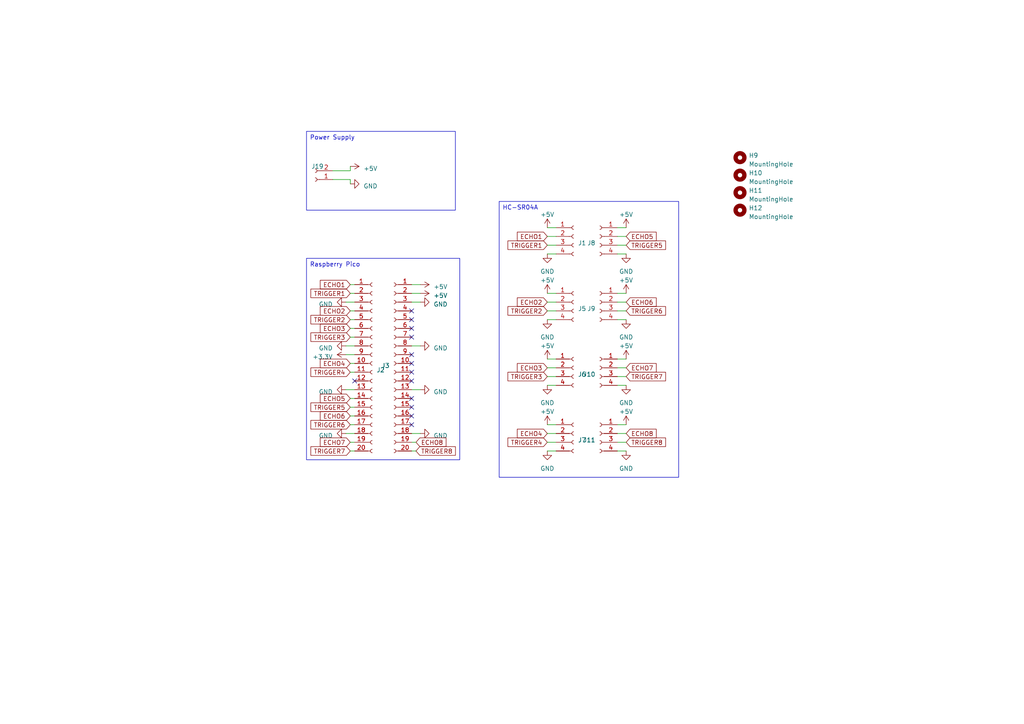
<source format=kicad_sch>
(kicad_sch (version 20230121) (generator eeschema)
  (paper "A4")
  (title_block (title "Sensors Shield") (date "2023-11-06") (rev "0") (company "elif"))
  (lib_symbols
    (symbol "Connector:Conn_01x02_Socket" (pin_names (offset 1.016) hide)
      (property "Reference" "J" (at 0 2.54 0))
      (property "Value" "Conn_01x02_Socket" (at 0 -5.08 0))
      (symbol "Conn_01x02_Socket_1_1"
        (arc (start 0 -2.032) (mid -0.5058 -2.54) (end 0 -3.048) (stroke (width 0.1524)))
        (polyline (pts (xy -1.27 -2.54) (xy -0.508 -2.54)) (stroke (width 0.1524)))
        (polyline (pts (xy -1.27 0) (xy -0.508 0)) (stroke (width 0.1524)))
        (arc (start 0 0.508) (mid -0.5058 0) (end 0 -0.508) (stroke (width 0.1524)))
        (pin passive line (at -5.08 0 0) (length 3.81) (name "Pin_1") (number "1"))
        (pin passive line (at -5.08 -2.54 0) (length 3.81) (name "Pin_2") (number "2"))
      )
    )
    (symbol "Connector:Conn_01x04_Socket" (pin_names (offset 1.016) hide)
      (property "Reference" "J" (at 0 5.08 0))
      (property "Value" "Conn_01x04_Socket" (at 0 -7.62 0))
      (symbol "Conn_01x04_Socket_1_1"
        (arc (start 0 -4.572) (mid -0.5058 -5.08) (end 0 -5.588) (stroke (width 0.1524)))
        (arc (start 0 -2.032) (mid -0.5058 -2.54) (end 0 -3.048) (stroke (width 0.1524)))
        (polyline (pts (xy -1.27 -5.08) (xy -0.508 -5.08)) (stroke (width 0.1524)))
        (polyline (pts (xy -1.27 -2.54) (xy -0.508 -2.54)) (stroke (width 0.1524)))
        (polyline (pts (xy -1.27 0) (xy -0.508 0)) (stroke (width 0.1524)))
        (polyline (pts (xy -1.27 2.54) (xy -0.508 2.54)) (stroke (width 0.1524)))
        (arc (start 0 0.508) (mid -0.5058 0) (end 0 -0.508) (stroke (width 0.1524)))
        (arc (start 0 3.048) (mid -0.5058 2.54) (end 0 2.032) (stroke (width 0.1524)))
        (pin passive line (at -5.08 2.54 0) (length 3.81) (name "Pin_1") (number "1"))
        (pin passive line (at -5.08 0 0) (length 3.81) (name "Pin_2") (number "2"))
        (pin passive line (at -5.08 -2.54 0) (length 3.81) (name "Pin_3") (number "3"))
        (pin passive line (at -5.08 -5.08 0) (length 3.81) (name "Pin_4") (number "4"))
      )
    )
    (symbol "Connector:Conn_01x20_Socket" (pin_names (offset 1.016) hide)
      (property "Reference" "J" (at 0 25.4 0))
      (property "Value" "Conn_01x20_Socket" (at 0 -27.94 0))
      (symbol "Conn_01x20_Socket_1_1"
        (arc (start 0 -24.892) (mid -0.5058 -25.4) (end 0 -25.908) (stroke (width 0.1524)))
        (arc (start 0 -22.352) (mid -0.5058 -22.86) (end 0 -23.368) (stroke (width 0.1524)))
        (arc (start 0 -19.812) (mid -0.5058 -20.32) (end 0 -20.828) (stroke (width 0.1524)))
        (arc (start 0 -17.272) (mid -0.5058 -17.78) (end 0 -18.288) (stroke (width 0.1524)))
        (arc (start 0 -14.732) (mid -0.5058 -15.24) (end 0 -15.748) (stroke (width 0.1524)))
        (arc (start 0 -12.192) (mid -0.5058 -12.7) (end 0 -13.208) (stroke (width 0.1524)))
        (arc (start 0 -9.652) (mid -0.5058 -10.16) (end 0 -10.668) (stroke (width 0.1524)))
        (arc (start 0 -7.112) (mid -0.5058 -7.62) (end 0 -8.128) (stroke (width 0.1524)))
        (arc (start 0 -4.572) (mid -0.5058 -5.08) (end 0 -5.588) (stroke (width 0.1524)))
        (arc (start 0 -2.032) (mid -0.5058 -2.54) (end 0 -3.048) (stroke (width 0.1524)))
        (polyline (pts (xy -1.27 -25.4) (xy -0.508 -25.4)) (stroke (width 0.1524)))
        (polyline (pts (xy -1.27 -22.86) (xy -0.508 -22.86)) (stroke (width 0.1524)))
        (polyline (pts (xy -1.27 -20.32) (xy -0.508 -20.32)) (stroke (width 0.1524)))
        (polyline (pts (xy -1.27 -17.78) (xy -0.508 -17.78)) (stroke (width 0.1524)))
        (polyline (pts (xy -1.27 -15.24) (xy -0.508 -15.24)) (stroke (width 0.1524)))
        (polyline (pts (xy -1.27 -12.7) (xy -0.508 -12.7)) (stroke (width 0.1524)))
        (polyline (pts (xy -1.27 -10.16) (xy -0.508 -10.16)) (stroke (width 0.1524)))
        (polyline (pts (xy -1.27 -7.62) (xy -0.508 -7.62)) (stroke (width 0.1524)))
        (polyline (pts (xy -1.27 -5.08) (xy -0.508 -5.08)) (stroke (width 0.1524)))
        (polyline (pts (xy -1.27 -2.54) (xy -0.508 -2.54)) (stroke (width 0.1524)))
        (polyline (pts (xy -1.27 0) (xy -0.508 0)) (stroke (width 0.1524)))
        (polyline (pts (xy -1.27 2.54) (xy -0.508 2.54)) (stroke (width 0.1524)))
        (polyline (pts (xy -1.27 5.08) (xy -0.508 5.08)) (stroke (width 0.1524)))
        (polyline (pts (xy -1.27 7.62) (xy -0.508 7.62)) (stroke (width 0.1524)))
        (polyline (pts (xy -1.27 10.16) (xy -0.508 10.16)) (stroke (width 0.1524)))
        (polyline (pts (xy -1.27 12.7) (xy -0.508 12.7)) (stroke (width 0.1524)))
        (polyline (pts (xy -1.27 15.24) (xy -0.508 15.24)) (stroke (width 0.1524)))
        (polyline (pts (xy -1.27 17.78) (xy -0.508 17.78)) (stroke (width 0.1524)))
        (polyline (pts (xy -1.27 20.32) (xy -0.508 20.32)) (stroke (width 0.1524)))
        (polyline (pts (xy -1.27 22.86) (xy -0.508 22.86)) (stroke (width 0.1524)))
        (arc (start 0 0.508) (mid -0.5058 0) (end 0 -0.508) (stroke (width 0.1524)))
        (arc (start 0 3.048) (mid -0.5058 2.54) (end 0 2.032) (stroke (width 0.1524)))
        (arc (start 0 5.588) (mid -0.5058 5.08) (end 0 4.572) (stroke (width 0.1524)))
        (arc (start 0 8.128) (mid -0.5058 7.62) (end 0 7.112) (stroke (width 0.1524)))
        (arc (start 0 10.668) (mid -0.5058 10.16) (end 0 9.652) (stroke (width 0.1524)))
        (arc (start 0 13.208) (mid -0.5058 12.7) (end 0 12.192) (stroke (width 0.1524)))
        (arc (start 0 15.748) (mid -0.5058 15.24) (end 0 14.732) (stroke (width 0.1524)))
        (arc (start 0 18.288) (mid -0.5058 17.78) (end 0 17.272) (stroke (width 0.1524)))
        (arc (start 0 20.828) (mid -0.5058 20.32) (end 0 19.812) (stroke (width 0.1524)))
        (arc (start 0 23.368) (mid -0.5058 22.86) (end 0 22.352) (stroke (width 0.1524)))
        (pin passive line (at -5.08 22.86 0) (length 3.81) (name "Pin_1") (number "1"))
        (pin passive line (at -5.08 0 0) (length 3.81) (name "Pin_10") (number "10"))
        (pin passive line (at -5.08 -2.54 0) (length 3.81) (name "Pin_11") (number "11"))
        (pin passive line (at -5.08 -5.08 0) (length 3.81) (name "Pin_12") (number "12"))
        (pin passive line (at -5.08 -7.62 0) (length 3.81) (name "Pin_13") (number "13"))
        (pin passive line (at -5.08 -10.16 0) (length 3.81) (name "Pin_14") (number "14"))
        (pin passive line (at -5.08 -12.7 0) (length 3.81) (name "Pin_15") (number "15"))
        (pin passive line (at -5.08 -15.24 0) (length 3.81) (name "Pin_16") (number "16"))
        (pin passive line (at -5.08 -17.78 0) (length 3.81) (name "Pin_17") (number "17"))
        (pin passive line (at -5.08 -20.32 0) (length 3.81) (name "Pin_18") (number "18"))
        (pin passive line (at -5.08 -22.86 0) (length 3.81) (name "Pin_19") (number "19"))
        (pin passive line (at -5.08 20.32 0) (length 3.81) (name "Pin_2") (number "2"))
        (pin passive line (at -5.08 -25.4 0) (length 3.81) (name "Pin_20") (number "20"))
        (pin passive line (at -5.08 17.78 0) (length 3.81) (name "Pin_3") (number "3"))
        (pin passive line (at -5.08 15.24 0) (length 3.81) (name "Pin_4") (number "4"))
        (pin passive line (at -5.08 12.7 0) (length 3.81) (name "Pin_5") (number "5"))
        (pin passive line (at -5.08 10.16 0) (length 3.81) (name "Pin_6") (number "6"))
        (pin passive line (at -5.08 7.62 0) (length 3.81) (name "Pin_7") (number "7"))
        (pin passive line (at -5.08 5.08 0) (length 3.81) (name "Pin_8") (number "8"))
        (pin passive line (at -5.08 2.54 0) (length 3.81) (name "Pin_9") (number "9"))
      )
    )
    (symbol "Mechanical:MountingHole" (pin_names (offset 1.016))
      (property "Reference" "H" (at 0 5.08 0))
      (property "Value" "MountingHole" (at 0 3.175 0))
      (symbol "MountingHole_0_1"
        (circle (center 0 0) (radius 1.27) (stroke (width 1.27)))
      )
    )
    (symbol "power:+3.3V" (power) (pin_names (offset 0))
      (property "Value" "+3.3V" (at 0 3.556 0))
      (symbol "+3.3V_0_1"
        (polyline (pts (xy -0.762 1.27) (xy 0 2.54)))
        (polyline (pts (xy 0 0) (xy 0 2.54)))
        (polyline (pts (xy 0 2.54) (xy 0.762 1.27)))
      )
      (symbol "+3.3V_1_1"
        (pin power_in line (at 0 0 90) (length 0) hide (name "+3.3V") (number "1"))
      )
    )
    (symbol "power:+5V" (power) (pin_names (offset 0))
      (property "Value" "+5V" (at 0 3.556 0))
      (symbol "+5V_0_1"
        (polyline (pts (xy -0.762 1.27) (xy 0 2.54)))
        (polyline (pts (xy 0 0) (xy 0 2.54)))
        (polyline (pts (xy 0 2.54) (xy 0.762 1.27)))
      )
      (symbol "+5V_1_1"
        (pin power_in line (at 0 0 90) (length 0) hide (name "+5V") (number "1"))
      )
    )
    (symbol "power:GND" (power) (pin_names (offset 0))
      (property "Value" "GND" (at 0 -3.81 0))
      (symbol "GND_0_1"
        (polyline (pts (xy 0 0) (xy 0 -1.27) (xy 1.27 -1.27) (xy 0 -2.54) (xy -1.27 -1.27) (xy 0 -1.27)))
      )
      (symbol "GND_1_1"
        (pin power_in line (at 0 0 270) (length 0) hide (name "GND") (number "1"))
      )
    )
  )
  (no_connect (at 119.38 115.57))
  (no_connect (at 119.38 123.19))
  (no_connect (at 119.38 95.25))
  (no_connect (at 102.87 110.49))
  (no_connect (at 119.38 110.49))
  (no_connect (at 119.38 107.95))
  (no_connect (at 119.38 92.71))
  (no_connect (at 119.38 90.17))
  (no_connect (at 119.38 97.79))
  (no_connect (at 119.38 118.11))
  (no_connect (at 119.38 120.65))
  (no_connect (at 119.38 105.41))
  (no_connect (at 119.38 102.87))
  (wire (pts (xy 96.52 52.07) (xy 101.6 52.07)))
  (wire (pts (xy 158.75 123.19) (xy 161.29 123.19)))
  (wire (pts (xy 158.75 73.66) (xy 161.29 73.66)))
  (wire (pts (xy 181.61 130.81) (xy 179.07 130.81)))
  (wire (pts (xy 101.6 128.27) (xy 102.87 128.27)))
  (wire (pts (xy 101.6 95.25) (xy 102.87 95.25)))
  (wire (pts (xy 119.38 87.63) (xy 121.92 87.63)))
  (wire (pts (xy 181.61 125.73) (xy 179.07 125.73)))
  (wire (pts (xy 119.38 82.55) (xy 121.92 82.55)))
  (wire (pts (xy 181.61 104.14) (xy 179.07 104.14)))
  (wire (pts (xy 181.61 90.17) (xy 179.07 90.17)))
  (wire (pts (xy 101.6 49.53) (xy 101.6 48.26)))
  (wire (pts (xy 121.92 113.03) (xy 119.38 113.03)))
  (wire (pts (xy 119.38 128.27) (xy 120.65 128.27)))
  (wire (pts (xy 181.61 92.71) (xy 179.07 92.71)))
  (wire (pts (xy 101.6 82.55) (xy 102.87 82.55)))
  (wire (pts (xy 181.61 106.68) (xy 179.07 106.68)))
  (wire (pts (xy 181.61 73.66) (xy 179.07 73.66)))
  (wire (pts (xy 100.33 87.63) (xy 102.87 87.63)))
  (wire (pts (xy 100.33 100.33) (xy 102.87 100.33)))
  (wire (pts (xy 158.75 85.09) (xy 161.29 85.09)))
  (wire (pts (xy 158.75 111.76) (xy 161.29 111.76)))
  (wire (pts (xy 101.6 118.11) (xy 102.87 118.11)))
  (wire (pts (xy 158.75 68.58) (xy 161.29 68.58)))
  (wire (pts (xy 181.61 68.58) (xy 179.07 68.58)))
  (wire (pts (xy 101.6 90.17) (xy 102.87 90.17)))
  (wire (pts (xy 100.33 125.73) (xy 102.87 125.73)))
  (wire (pts (xy 101.6 105.41) (xy 102.87 105.41)))
  (wire (pts (xy 158.75 106.68) (xy 161.29 106.68)))
  (wire (pts (xy 101.6 120.65) (xy 102.87 120.65)))
  (wire (pts (xy 158.75 128.27) (xy 161.29 128.27)))
  (wire (pts (xy 101.6 52.07) (xy 101.6 53.34)))
  (wire (pts (xy 158.75 87.63) (xy 161.29 87.63)))
  (wire (pts (xy 101.6 107.95) (xy 102.87 107.95)))
  (wire (pts (xy 158.75 125.73) (xy 161.29 125.73)))
  (wire (pts (xy 158.75 71.12) (xy 161.29 71.12)))
  (wire (pts (xy 181.61 111.76) (xy 179.07 111.76)))
  (wire (pts (xy 158.75 130.81) (xy 161.29 130.81)))
  (wire (pts (xy 158.75 109.22) (xy 161.29 109.22)))
  (wire (pts (xy 181.61 71.12) (xy 179.07 71.12)))
  (wire (pts (xy 181.61 66.04) (xy 179.07 66.04)))
  (wire (pts (xy 101.6 92.71) (xy 102.87 92.71)))
  (wire (pts (xy 158.75 92.71) (xy 161.29 92.71)))
  (wire (pts (xy 158.75 66.04) (xy 161.29 66.04)))
  (wire (pts (xy 100.33 102.87) (xy 102.87 102.87)))
  (wire (pts (xy 158.75 90.17) (xy 161.29 90.17)))
  (wire (pts (xy 158.75 104.14) (xy 161.29 104.14)))
  (wire (pts (xy 119.38 130.81) (xy 120.65 130.81)))
  (wire (pts (xy 119.38 85.09) (xy 121.92 85.09)))
  (wire (pts (xy 181.61 87.63) (xy 179.07 87.63)))
  (wire (pts (xy 101.6 130.81) (xy 102.87 130.81)))
  (wire (pts (xy 181.61 109.22) (xy 179.07 109.22)))
  (wire (pts (xy 100.33 113.03) (xy 102.87 113.03)))
  (wire (pts (xy 101.6 85.09) (xy 102.87 85.09)))
  (wire (pts (xy 181.61 123.19) (xy 179.07 123.19)))
  (wire (pts (xy 96.52 49.53) (xy 101.6 49.53)))
  (wire (pts (xy 121.92 125.73) (xy 119.38 125.73)))
  (wire (pts (xy 181.61 128.27) (xy 179.07 128.27)))
  (wire (pts (xy 121.92 100.33) (xy 119.38 100.33)))
  (wire (pts (xy 101.6 123.19) (xy 102.87 123.19)))
  (wire (pts (xy 181.61 85.09) (xy 179.07 85.09)))
  (wire (pts (xy 101.6 97.79) (xy 102.87 97.79)))
  (wire (pts (xy 101.6 115.57) (xy 102.87 115.57)))
  (text_box "Raspberry Pico" (at 88.9 74.93 0) (size 44.45 58.42) (effects (font (size 1.27 1.27)) (justify left top)))
  (text_box "HC-SR04A" (at 144.78 58.42 0) (size 52.07 80.01) (effects (font (size 1.27 1.27)) (justify left top)))
  (text_box "Power Supply" (at 88.9 38.1 0) (size 43.18 22.86) (effects (font (size 1.27 1.27)) (justify left top)))
  (global_label "ECHO3" (shape input) (at 101.6 95.25 180) (property "Intersheetrefs" "${INTERSHEET_REFS}" (effects hide)))
  (global_label "TRIGGER7" (shape input) (at 101.6 130.81 180) (property "Intersheetrefs" "${INTERSHEET_REFS}" (effects hide)))
  (global_label "TRIGGER5" (shape input) (at 181.61 71.12 0) (property "Intersheetrefs" "${INTERSHEET_REFS}" (effects hide)))
  (global_label "ECHO8" (shape input) (at 181.61 125.73 0) (property "Intersheetrefs" "${INTERSHEET_REFS}" (effects hide)))
  (global_label "TRIGGER6" (shape input) (at 181.61 90.17 0) (property "Intersheetrefs" "${INTERSHEET_REFS}" (effects hide)))
  (global_label "ECHO3" (shape input) (at 158.75 106.68 180) (property "Intersheetrefs" "${INTERSHEET_REFS}" (effects hide)))
  (global_label "ECHO7" (shape input) (at 101.6 128.27 180) (property "Intersheetrefs" "${INTERSHEET_REFS}" (effects hide)))
  (global_label "TRIGGER4" (shape input) (at 101.6 107.95 180) (property "Intersheetrefs" "${INTERSHEET_REFS}" (effects hide)))
  (global_label "ECHO1" (shape input) (at 158.75 68.58 180) (property "Intersheetrefs" "${INTERSHEET_REFS}" (effects hide)))
  (global_label "TRIGGER2" (shape input) (at 101.6 92.71 180) (property "Intersheetrefs" "${INTERSHEET_REFS}" (effects hide)))
  (global_label "ECHO4" (shape input) (at 158.75 125.73 180) (property "Intersheetrefs" "${INTERSHEET_REFS}" (effects hide)))
  (global_label "ECHO7" (shape input) (at 181.61 106.68 0) (property "Intersheetrefs" "${INTERSHEET_REFS}" (effects hide)))
  (global_label "ECHO5" (shape input) (at 181.61 68.58 0) (property "Intersheetrefs" "${INTERSHEET_REFS}" (effects hide)))
  (global_label "TRIGGER8" (shape input) (at 120.65 130.81 0) (property "Intersheetrefs" "${INTERSHEET_REFS}" (effects hide)))
  (global_label "TRIGGER3" (shape input) (at 158.75 109.22 180) (property "Intersheetrefs" "${INTERSHEET_REFS}" (effects hide)))
  (global_label "ECHO6" (shape input) (at 101.6 120.65 180) (property "Intersheetrefs" "${INTERSHEET_REFS}" (effects hide)))
  (global_label "ECHO4" (shape input) (at 101.6 105.41 180) (property "Intersheetrefs" "${INTERSHEET_REFS}" (effects hide)))
  (global_label "TRIGGER7" (shape input) (at 181.61 109.22 0) (property "Intersheetrefs" "${INTERSHEET_REFS}" (effects hide)))
  (global_label "TRIGGER6" (shape input) (at 101.6 123.19 180) (property "Intersheetrefs" "${INTERSHEET_REFS}" (effects hide)))
  (global_label "TRIGGER1" (shape input) (at 101.6 85.09 180) (property "Intersheetrefs" "${INTERSHEET_REFS}" (effects hide)))
  (global_label "TRIGGER2" (shape input) (at 158.75 90.17 180) (property "Intersheetrefs" "${INTERSHEET_REFS}" (effects hide)))
  (global_label "TRIGGER3" (shape input) (at 101.6 97.79 180) (property "Intersheetrefs" "${INTERSHEET_REFS}" (effects hide)))
  (global_label "TRIGGER8" (shape input) (at 181.61 128.27 0) (property "Intersheetrefs" "${INTERSHEET_REFS}" (effects hide)))
  (global_label "ECHO5" (shape input) (at 101.6 115.57 180) (property "Intersheetrefs" "${INTERSHEET_REFS}" (effects hide)))
  (global_label "ECHO6" (shape input) (at 181.61 87.63 0) (property "Intersheetrefs" "${INTERSHEET_REFS}" (effects hide)))
  (global_label "ECHO2" (shape input) (at 158.75 87.63 180) (property "Intersheetrefs" "${INTERSHEET_REFS}" (effects hide)))
  (global_label "TRIGGER1" (shape input) (at 158.75 71.12 180) (property "Intersheetrefs" "${INTERSHEET_REFS}" (effects hide)))
  (global_label "TRIGGER4" (shape input) (at 158.75 128.27 180) (property "Intersheetrefs" "${INTERSHEET_REFS}" (effects hide)))
  (global_label "ECHO2" (shape input) (at 101.6 90.17 180) (property "Intersheetrefs" "${INTERSHEET_REFS}" (effects hide)))
  (global_label "TRIGGER5" (shape input) (at 101.6 118.11 180) (property "Intersheetrefs" "${INTERSHEET_REFS}" (effects hide)))
  (global_label "ECHO1" (shape input) (at 101.6 82.55 180) (property "Intersheetrefs" "${INTERSHEET_REFS}" (effects hide)))
  (global_label "ECHO8" (shape input) (at 120.65 128.27 0) (property "Intersheetrefs" "${INTERSHEET_REFS}" (effects hide)))
  (symbol (lib_id "Connector:Conn_01x04_Socket") (at 166.37 87.63 0) (unit 1)
    (property "Reference" "J5" (at 167.64 89.535 0) (effects (justify left)))
    (property "Value" "Conn_01x04_Socket" (effects hide))
    (property "Footprint" "Connector_JST:JST_XH_S4B-XH-A_1x04_P2.50mm_Horizontal" (effects hide))
  )
  (symbol (lib_id "power:+5V") (at 181.61 104.14 0) (mirror y) (unit 1)
    (property "Reference" "#PWR015" (effects hide))
    (property "Value" "+5V" (at 181.61 100.33 0))
  )
  (symbol (lib_id "power:GND") (at 158.75 130.81 0) (unit 1)
    (property "Reference" "#PWR010" (effects hide))
    (property "Value" "GND" (at 158.75 135.89 0))
  )
  (symbol (lib_id "power:GND") (at 181.61 130.81 0) (mirror y) (unit 1)
    (property "Reference" "#PWR018" (effects hide))
    (property "Value" "GND" (at 181.61 135.89 0))
  )
  (symbol (lib_id "power:GND") (at 158.75 92.71 0) (unit 1)
    (property "Reference" "#PWR06" (effects hide))
    (property "Value" "GND" (at 158.75 97.79 0))
  )
  (symbol (lib_id "power:+5V") (at 181.61 66.04 0) (mirror y) (unit 1)
    (property "Reference" "#PWR011" (effects hide))
    (property "Value" "+5V" (at 181.61 62.23 0))
  )
  (symbol (lib_id "power:GND") (at 121.92 100.33 90) (unit 1)
    (property "Reference" "#PWR028" (effects hide))
    (property "Value" "GND" (at 125.73 100.965 90) (effects (justify right)))
  )
  (symbol (lib_id "power:GND") (at 158.75 111.76 0) (unit 1)
    (property "Reference" "#PWR08" (effects hide))
    (property "Value" "GND" (at 158.75 116.84 0))
  )
  (symbol (lib_id "Mechanical:MountingHole") (at 214.63 55.88 0) (unit 1)
    (property "Reference" "H11" (at 217.17 55.245 0) (effects (justify left)))
    (property "Value" "MountingHole" (at 217.17 57.785 0) (effects (justify left)))
    (property "Footprint" "MountingHole:MountingHole_3.2mm_M3" (effects hide))
  )
  (symbol (lib_id "power:+5V") (at 181.61 123.19 0) (mirror y) (unit 1)
    (property "Reference" "#PWR017" (effects hide))
    (property "Value" "+5V" (at 181.61 119.38 0))
  )
  (symbol (lib_id "power:GND") (at 121.92 113.03 90) (unit 1)
    (property "Reference" "#PWR027" (effects hide))
    (property "Value" "GND" (at 125.73 113.665 90) (effects (justify right)))
  )
  (symbol (lib_id "power:GND") (at 181.61 73.66 0) (mirror y) (unit 1)
    (property "Reference" "#PWR012" (effects hide))
    (property "Value" "GND" (at 181.61 78.74 0))
  )
  (symbol (lib_id "Connector:Conn_01x20_Socket") (at 114.3 105.41 0) (mirror y) (unit 1)
    (property "Reference" "J3" (at 113.03 106.045 0) (effects (justify left)))
    (property "Value" "Conn_01x20_Socket" (effects hide))
    (property "Footprint" "Connector_PinHeader_2.54mm:PinHeader_1x20_P2.54mm_Vertical" (effects hide))
  )
  (symbol (lib_id "Connector:Conn_01x02_Socket") (at 91.44 52.07 180) (unit 1)
    (property "Reference" "J19" (at 92.075 48.26 0))
    (property "Value" "Conn_01x02_Socket" (effects hide))
    (property "Footprint" "Connector_Phoenix_MSTB:PhoenixContact_MSTBA_2,5_2-G-5,08_1x02_P5.08mm_Horizontal" (effects hide))
    (instances (project "mhk" (path "" (reference "J19") (unit 1)) (path "" (reference "J20") (unit 1)) (path "" (reference "J4") (unit 1))))
  )
  (symbol (lib_id "power:GND") (at 100.33 100.33 270) (unit 1)
    (property "Reference" "#PWR089" (effects hide))
    (property "Value" "GND" (at 96.52 100.965 90) (effects (justify right)))
  )
  (symbol (lib_id "power:+5V") (at 158.75 85.09 0) (unit 1)
    (property "Reference" "#PWR05" (effects hide))
    (property "Value" "+5V" (at 158.75 81.28 0))
  )
  (symbol (lib_id "Mechanical:MountingHole") (at 214.63 60.96 0) (unit 1)
    (property "Reference" "H12" (at 217.17 60.325 0) (effects (justify left)))
    (property "Value" "MountingHole" (at 217.17 62.865 0) (effects (justify left)))
    (property "Footprint" "MountingHole:MountingHole_3.2mm_M3" (effects hide))
  )
  (symbol (lib_id "Connector:Conn_01x04_Socket") (at 173.99 125.73 0) (mirror y) (unit 1)
    (property "Reference" "J11" (at 172.72 127.635 0) (effects (justify left)))
    (property "Value" "Conn_01x04_Socket" (effects hide))
    (property "Footprint" "Connector_JST:JST_XH_S4B-XH-A_1x04_P2.50mm_Horizontal" (effects hide))
  )
  (symbol (lib_id "Connector:Conn_01x04_Socket") (at 173.99 87.63 0) (mirror y) (unit 1)
    (property "Reference" "J9" (at 172.72 89.535 0) (effects (justify left)))
    (property "Value" "Conn_01x04_Socket" (effects hide))
    (property "Footprint" "Connector_JST:JST_XH_S4B-XH-A_1x04_P2.50mm_Horizontal" (effects hide))
  )
  (symbol (lib_id "power:+3.3V") (at 100.33 102.87 90) (unit 1)
    (property "Reference" "#PWR024" (effects hide))
    (property "Value" "+3.3V" (at 96.52 103.505 90) (effects (justify left)))
  )
  (symbol (lib_id "power:GND") (at 100.33 87.63 270) (unit 1)
    (property "Reference" "#PWR022" (effects hide))
    (property "Value" "GND" (at 96.52 88.265 90) (effects (justify right)))
  )
  (symbol (lib_id "power:GND") (at 121.92 87.63 90) (unit 1)
    (property "Reference" "#PWR026" (effects hide))
    (property "Value" "GND" (at 125.73 88.265 90) (effects (justify right)))
  )
  (symbol (lib_id "Connector:Conn_01x04_Socket") (at 166.37 106.68 0) (unit 1)
    (property "Reference" "J6" (at 167.64 108.585 0) (effects (justify left)))
    (property "Value" "Conn_01x04_Socket" (effects hide))
    (property "Footprint" "Connector_JST:JST_XH_S4B-XH-A_1x04_P2.50mm_Horizontal" (effects hide))
  )
  (symbol (lib_id "Connector:Conn_01x20_Socket") (at 107.95 105.41 0) (unit 1)
    (property "Reference" "J2" (at 109.22 107.315 0) (effects (justify left)))
    (property "Value" "Conn_01x20_Socket" (effects hide))
    (property "Footprint" "Connector_PinHeader_2.54mm:PinHeader_1x20_P2.54mm_Vertical" (effects hide))
  )
  (symbol (lib_id "Connector:Conn_01x04_Socket") (at 173.99 106.68 0) (mirror y) (unit 1)
    (property "Reference" "J10" (at 172.72 108.585 0) (effects (justify left)))
    (property "Value" "Conn_01x04_Socket" (effects hide))
    (property "Footprint" "Connector_JST:JST_XH_S4B-XH-A_1x04_P2.50mm_Horizontal" (effects hide))
  )
  (symbol (lib_id "power:+5V") (at 158.75 66.04 0) (unit 1)
    (property "Reference" "#PWR01" (effects hide))
    (property "Value" "+5V" (at 158.75 62.23 0))
  )
  (symbol (lib_id "Mechanical:MountingHole") (at 214.63 50.8 0) (unit 1)
    (property "Reference" "H10" (at 217.17 50.165 0) (effects (justify left)))
    (property "Value" "MountingHole" (at 217.17 52.705 0) (effects (justify left)))
    (property "Footprint" "MountingHole:MountingHole_3.2mm_M3" (effects hide))
  )
  (symbol (lib_id "power:+5V") (at 158.75 104.14 0) (unit 1)
    (property "Reference" "#PWR07" (effects hide))
    (property "Value" "+5V" (at 158.75 100.33 0))
  )
  (symbol (lib_id "power:+5V") (at 121.92 82.55 270) (unit 1)
    (property "Reference" "#PWR020" (effects hide))
    (property "Value" "+5V" (at 125.73 83.185 90) (effects (justify left)))
  )
  (symbol (lib_id "power:GND") (at 100.33 125.73 270) (unit 1)
    (property "Reference" "#PWR025" (effects hide))
    (property "Value" "GND" (at 96.52 126.365 90) (effects (justify right)))
  )
  (symbol (lib_id "Connector:Conn_01x04_Socket") (at 173.99 68.58 0) (mirror y) (unit 1)
    (property "Reference" "J8" (at 172.72 70.485 0) (effects (justify left)))
    (property "Value" "Conn_01x04_Socket" (effects hide))
    (property "Footprint" "Connector_JST:JST_XH_S4B-XH-A_1x04_P2.50mm_Horizontal" (effects hide))
  )
  (symbol (lib_id "power:+5V") (at 181.61 85.09 0) (mirror y) (unit 1)
    (property "Reference" "#PWR013" (effects hide))
    (property "Value" "+5V" (at 181.61 81.28 0))
  )
  (symbol (lib_id "power:GND") (at 181.61 111.76 0) (mirror y) (unit 1)
    (property "Reference" "#PWR016" (effects hide))
    (property "Value" "GND" (at 181.61 116.84 0))
  )
  (symbol (lib_id "power:GND") (at 121.92 125.73 90) (unit 1)
    (property "Reference" "#PWR090" (effects hide))
    (property "Value" "GND" (at 125.73 126.365 90) (effects (justify right)))
  )
  (symbol (lib_id "power:+5V") (at 121.92 85.09 270) (unit 1)
    (property "Reference" "#PWR021" (effects hide))
    (property "Value" "+5V" (at 125.73 85.725 90) (effects (justify left)))
  )
  (symbol (lib_id "power:GND") (at 101.6 53.34 90) (unit 1)
    (property "Reference" "#PWR04" (effects hide))
    (property "Value" "GND" (at 105.41 53.975 90) (effects (justify right)))
  )
  (symbol (lib_id "power:GND") (at 100.33 113.03 270) (unit 1)
    (property "Reference" "#PWR023" (effects hide))
    (property "Value" "GND" (at 96.52 113.665 90) (effects (justify right)))
  )
  (symbol (lib_id "power:+5V") (at 101.6 48.26 270) (unit 1)
    (property "Reference" "#PWR03" (effects hide))
    (property "Value" "+5V" (at 105.41 48.895 90) (effects (justify left)))
  )
  (symbol (lib_id "Mechanical:MountingHole") (at 214.63 45.72 0) (unit 1)
    (property "Reference" "H9" (at 217.17 45.085 0) (effects (justify left)))
    (property "Value" "MountingHole" (at 217.17 47.625 0) (effects (justify left)))
    (property "Footprint" "MountingHole:MountingHole_3.2mm_M3" (effects hide))
  )
  (symbol (lib_id "power:GND") (at 158.75 73.66 0) (unit 1)
    (property "Reference" "#PWR02" (effects hide))
    (property "Value" "GND" (at 158.75 78.74 0))
  )
  (symbol (lib_id "power:+5V") (at 158.75 123.19 0) (unit 1)
    (property "Reference" "#PWR09" (effects hide))
    (property "Value" "+5V" (at 158.75 119.38 0))
  )
  (symbol (lib_id "Connector:Conn_01x04_Socket") (at 166.37 125.73 0) (unit 1)
    (property "Reference" "J7" (at 167.64 127.635 0) (effects (justify left)))
    (property "Value" "Conn_01x04_Socket" (effects hide))
    (property "Footprint" "Connector_JST:JST_XH_S4B-XH-A_1x04_P2.50mm_Horizontal" (effects hide))
  )
  (symbol (lib_id "Connector:Conn_01x04_Socket") (at 166.37 68.58 0) (unit 1)
    (property "Reference" "J1" (at 167.64 70.485 0) (effects (justify left)))
    (property "Value" "Conn_01x04_Socket" (effects hide))
    (property "Footprint" "Connector_JST:JST_XH_S4B-XH-A_1x04_P2.50mm_Horizontal" (effects hide))
  )
  (symbol (lib_id "power:GND") (at 181.61 92.71 0) (mirror y) (unit 1)
    (property "Reference" "#PWR014" (effects hide))
    (property "Value" "GND" (at 181.61 97.79 0))
  )
)
</source>
